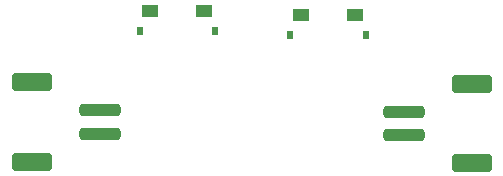
<source format=gbr>
%TF.GenerationSoftware,KiCad,Pcbnew,8.0.3*%
%TF.CreationDate,2024-08-02T01:30:14+01:00*%
%TF.ProjectId,corne-light-ice-trackball,636f726e-652d-46c6-9967-68742d696365,1.0*%
%TF.SameCoordinates,Original*%
%TF.FileFunction,Paste,Top*%
%TF.FilePolarity,Positive*%
%FSLAX46Y46*%
G04 Gerber Fmt 4.6, Leading zero omitted, Abs format (unit mm)*
G04 Created by KiCad (PCBNEW 8.0.3) date 2024-08-02 01:30:14*
%MOMM*%
%LPD*%
G01*
G04 APERTURE LIST*
G04 Aperture macros list*
%AMRoundRect*
0 Rectangle with rounded corners*
0 $1 Rounding radius*
0 $2 $3 $4 $5 $6 $7 $8 $9 X,Y pos of 4 corners*
0 Add a 4 corners polygon primitive as box body*
4,1,4,$2,$3,$4,$5,$6,$7,$8,$9,$2,$3,0*
0 Add four circle primitives for the rounded corners*
1,1,$1+$1,$2,$3*
1,1,$1+$1,$4,$5*
1,1,$1+$1,$6,$7*
1,1,$1+$1,$8,$9*
0 Add four rect primitives between the rounded corners*
20,1,$1+$1,$2,$3,$4,$5,0*
20,1,$1+$1,$4,$5,$6,$7,0*
20,1,$1+$1,$6,$7,$8,$9,0*
20,1,$1+$1,$8,$9,$2,$3,0*%
G04 Aperture macros list end*
%ADD10RoundRect,0.250000X-1.500000X0.250000X-1.500000X-0.250000X1.500000X-0.250000X1.500000X0.250000X0*%
%ADD11RoundRect,0.250001X-1.449999X0.499999X-1.449999X-0.499999X1.449999X-0.499999X1.449999X0.499999X0*%
%ADD12R,0.600000X0.800000*%
%ADD13R,1.450000X1.050000*%
%ADD14RoundRect,0.250000X1.500000X-0.250000X1.500000X0.250000X-1.500000X0.250000X-1.500000X-0.250000X0*%
%ADD15RoundRect,0.250001X1.449999X-0.499999X1.449999X0.499999X-1.449999X0.499999X-1.449999X-0.499999X0*%
G04 APERTURE END LIST*
D10*
%TO.C,J3*%
X71523000Y4990500D03*
X71523000Y2990500D03*
D11*
X65773000Y7340500D03*
X65773000Y640500D03*
%TD*%
D12*
%TO.C,RST*%
X87648000Y11315500D03*
X94048000Y11315500D03*
D13*
X93123000Y13040500D03*
X88573000Y13040500D03*
%TD*%
D14*
%TO.C,J3*%
X97233000Y2870500D03*
X97233000Y4870500D03*
D15*
X102983000Y520500D03*
X102983000Y7220500D03*
%TD*%
D12*
%TO.C,RST*%
X74873000Y11690500D03*
X81273000Y11690500D03*
D13*
X80348000Y13415500D03*
X75798000Y13415500D03*
%TD*%
M02*

</source>
